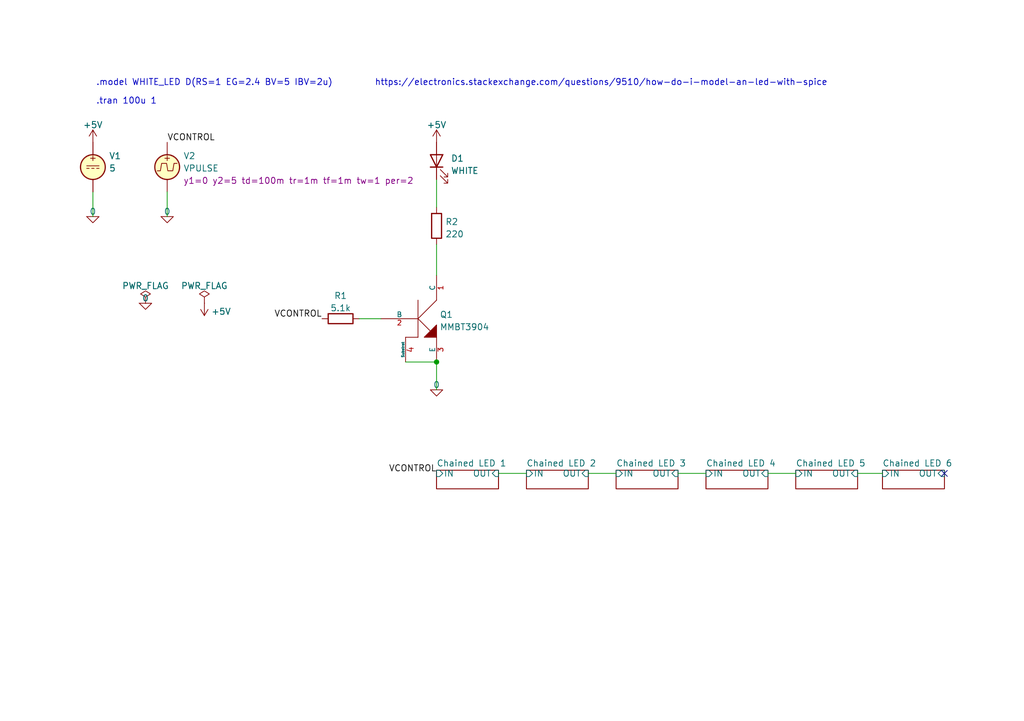
<source format=kicad_sch>
(kicad_sch (version 20211123) (generator eeschema)
  (paper "A5")
  (lib_symbols
    (symbol "Device:LED" (pin_numbers hide) (pin_names (offset 1.016) hide)
      (property "Reference" "D" (at 0 2.54 0))
      (property "Value" "LED" (at 0 -2.54 0))
      (symbol "LED_0_1"
        (polyline (pts (xy -1.27 -1.27) (xy -1.27 1.27)) (stroke (width 0.254)))
        (polyline (pts (xy -1.27 0) (xy 1.27 0)))
        (polyline (pts (xy 1.27 -1.27) (xy 1.27 1.27) (xy -1.27 0) (xy 1.27 -1.27)) (stroke (width 0.254)))
        (polyline (pts (xy -3.048 -0.762) (xy -4.572 -2.286) (xy -3.81 -2.286) (xy -4.572 -2.286) (xy -4.572 -1.524)))
        (polyline (pts (xy -1.778 -0.762) (xy -3.302 -2.286) (xy -2.54 -2.286) (xy -3.302 -2.286) (xy -3.302 -1.524)))
      )
      (symbol "LED_1_1"
        (pin passive line (at -3.81 0 0) (length 2.54) (name "K") (number "1"))
        (pin passive line (at 3.81 0 180) (length 2.54) (name "A") (number "2"))
      )
    )
    (symbol "Device:R" (pin_numbers hide) (pin_names (offset 0))
      (property "Reference" "R" (at 2.032 0 90))
      (property "Value" "R" (at 0 0 90))
      (symbol "R_0_1"
        (rectangle (start -1.016 -2.54) (end 1.016 2.54) (stroke (width 0.254)))
      )
      (symbol "R_1_1"
        (pin passive line (at 0 3.81 270) (length 1.27) (name "~") (number "1"))
        (pin passive line (at 0 -3.81 90) (length 1.27) (name "~") (number "2"))
      )
    )
    (symbol "Simulation_SPICE:VDC" (pin_numbers hide) (pin_names (offset 0.0254))
      (property "Reference" "V" (at 2.54 2.54 0))
      (property "Value" "VDC" (at 2.54 0 0))
      (property "Spice_Model" "dc(1)" (at 2.54 -2.54 0))
      (symbol "VDC_0_0"
        (polyline (pts (xy -1.27 0.254) (xy 1.27 0.254)))
        (polyline (pts (xy -0.762 -0.254) (xy -1.27 -0.254)))
        (polyline (pts (xy 0.254 -0.254) (xy -0.254 -0.254)))
        (polyline (pts (xy 1.27 -0.254) (xy 0.762 -0.254)))
        (text "+" (at 0 1.905 0) (effects (font (size 1.27 1.27))))
      )
      (symbol "VDC_0_1"
        (circle (center 0 0) (radius 2.54) (stroke (width 0.254)) (fill (type background)))
      )
      (symbol "VDC_1_1"
        (pin passive line (at 0 5.08 270) (length 2.54) (name "~") (number "1"))
        (pin passive line (at 0 -5.08 90) (length 2.54) (name "~") (number "2"))
      )
    )
    (symbol "Simulation_SPICE:VPULSE" (pin_numbers hide) (pin_names (offset 0.0254))
      (property "Reference" "V" (at 2.54 2.54 0))
      (property "Value" "VPULSE" (at 2.54 0 0))
      (property "Spice_Model" "pulse(0 1 2n 2n 2n 50n 100n)" (at 2.54 -2.54 0))
      (symbol "VPULSE_0_0"
        (polyline (pts (xy -2.032 -0.762) (xy -1.397 -0.762) (xy -1.143 0.762) (xy -0.127 0.762) (xy 0.127 -0.762) (xy 1.143 -0.762) (xy 1.397 0.762) (xy 2.032 0.762)))
        (text "+" (at 0 1.905 0) (effects (font (size 1.27 1.27))))
      )
      (symbol "VPULSE_0_1"
        (circle (center 0 0) (radius 2.54) (stroke (width 0.254)) (fill (type background)))
      )
      (symbol "VPULSE_1_1"
        (pin passive line (at 0 5.08 270) (length 2.54) (name "~") (number "1"))
        (pin passive line (at 0 -5.08 90) (length 2.54) (name "~") (number "2"))
      )
    )
    (symbol "power:+5V" (power) (pin_names (offset 0))
      (property "Value" "+5V" (at 0 3.556 0))
      (symbol "+5V_0_1"
        (polyline (pts (xy -0.762 1.27) (xy 0 2.54)))
        (polyline (pts (xy 0 0) (xy 0 2.54)))
        (polyline (pts (xy 0 2.54) (xy 0.762 1.27)))
      )
      (symbol "+5V_1_1"
        (pin power_in line (at 0 0 90) (length 0) hide (name "+5V") (number "1"))
      )
    )
    (symbol "power:PWR_FLAG" (power) (pin_numbers hide) (pin_names (offset 0) hide)
      (property "Value" "PWR_FLAG" (at 0 3.81 0))
      (symbol "PWR_FLAG_0_0"
        (pin power_out line (at 0 0 90) (length 0) (name "pwr") (number "1"))
      )
      (symbol "PWR_FLAG_0_1"
        (polyline (pts (xy 0 0) (xy 0 1.27) (xy -1.016 1.905) (xy 0 2.54) (xy 1.016 1.905) (xy 0 1.27)))
      )
    )
    (symbol "pspice:0" (power) (pin_names (offset 0))
      (property "Value" "0" (at 0 -1.778 0))
      (symbol "0_0_1"
        (polyline (pts (xy -1.27 0) (xy 0 -1.27) (xy 1.27 0) (xy -1.27 0)))
      )
      (symbol "0_1_1"
        (pin power_in line (at 0 0 0) (length 0) hide (name "0") (number "1"))
      )
    )
    (symbol "pspice:QNPN" (pin_names (offset 0))
      (property "Reference" "Q" (at -2.54 7.62 0))
      (property "Value" "QNPN" (at -2.54 5.08 0))
      (symbol "QNPN_0_0"
        (polyline (pts (xy 0 0) (xy 3.81 -3.81)))
        (polyline (pts (xy 3.81 -3.81) (xy 3.81 -1.27) (xy 1.27 -3.81) (xy 3.81 -3.81)) (fill (type outline)))
      )
      (symbol "QNPN_0_1"
        (polyline (pts (xy 0 -3.81) (xy 0 3.81)))
        (polyline (pts (xy 0 0) (xy 3.81 3.81)))
        (polyline (pts (xy -2.54 -3.81) (xy 0 -3.81) (xy 0 -3.81) (xy 0 -3.81)))
      )
      (symbol "QNPN_1_1"
        (pin passive line (at 3.81 8.89 270) (length 5.08) (name "C") (number "1"))
        (pin input line (at -7.62 0 0) (length 7.62) (name "B") (number "2"))
        (pin passive line (at 3.81 -8.89 90) (length 5.08) (name "E") (number "3"))
        (pin input line (at -2.54 -8.89 90) (length 5.08) (name "Substrat") (number "4"))
      )
    )
  )
  (junction (at 89.535 74.295))
  (no_connect (at 193.675 97.155))
  (wire (pts (xy 89.535 80.01) (xy 89.535 74.295)))
  (wire (pts (xy 89.535 56.515) (xy 89.535 50.165)))
  (wire (pts (xy 89.535 36.83) (xy 89.535 42.545)))
  (wire (pts (xy 139.065 97.155) (xy 144.78 97.155)))
  (wire (pts (xy 34.29 44.45) (xy 34.29 39.37)))
  (wire (pts (xy 83.185 74.295) (xy 89.535 74.295)))
  (wire (pts (xy 175.895 97.155) (xy 180.975 97.155)))
  (wire (pts (xy 19.05 44.45) (xy 19.05 39.37)))
  (wire (pts (xy 120.65 97.155) (xy 126.365 97.155)))
  (wire (pts (xy 157.48 97.155) (xy 163.195 97.155)))
  (wire (pts (xy 73.66 65.405) (xy 78.105 65.405)))
  (wire (pts (xy 102.235 97.155) (xy 107.95 97.155)))
  (text ".tran 100u 1" (at 19.685 21.59 0) (effects (font (size 1.27 1.27)) (justify left bottom)))
  (text ".model WHITE_LED D(RS=1 EG=2.4 BV=5 IBV=2u)" (at 19.685 17.78 0) (effects (font (size 1.27 1.27)) (justify left bottom)))
  (text "https://electronics.stackexchange.com/questions/9510/how-do-i-model-an-led-with-spice\n" (at 76.835 17.78 0) (effects (font (size 1.27 1.27)) (justify left bottom)))
  (label "VCONTROL" (at 34.29 29.21 0))
  (label "VCONTROL" (at 66.04 65.405 180))
  (label "VCONTROL" (at 89.535 97.155 180))
  (symbol (lib_id "power:PWR_FLAG") (at 29.845 62.23 0) (unit 1)
    (property "Reference" "#FLG0101" (effects hide))
    (property "Value" "PWR_FLAG" (at 29.845 58.6542 0))
  )
  (symbol (lib_id "pspice:0") (at 29.845 62.23 0) (unit 1)
    (property "Reference" "#GND0104" (effects hide))
    (property "Value" "0" (at 29.845 61.1942 0))
  )
  (symbol (lib_id "Device:R") (at 89.535 46.355 0) (unit 1)
    (property "Reference" "R2" (at 91.313 45.5203 0) (effects (justify left)))
    (property "Value" "220" (at 91.313 48.0572 0) (effects (justify left)))
  )
  (symbol (lib_id "pspice:0") (at 19.05 44.45 0) (unit 1)
    (property "Reference" "#GND0103" (effects hide))
    (property "Value" "0" (at 19.05 43.4142 0))
  )
  (symbol (lib_id "power:+5V") (at 89.535 29.21 0) (unit 1)
    (property "Reference" "#PWR0102" (effects hide))
    (property "Value" "+5V" (at 89.535 25.6342 0))
  )
  (symbol (lib_id "Device:LED") (at 89.535 33.02 90) (unit 1)
    (property "Reference" "D1" (at 92.456 32.5044 90) (effects (justify right)))
    (property "Value" "WHITE" (at 92.456 35.0413 90) (effects (justify right)))
    (property "Datasheet" "https://datasheet.lcsc.com/lcsc/1809041711_Hubei-KENTO-Elec-C2290_C2290.pdf" (effects hide))
    (property "Spice_Netlist_Enabled" "Y" (effects hide))
    (property "Spice_Primitive" "D" (effects hide))
    (property "Spice_Model" "WHITE_LED" (at 92.456 37.5782 90) (effects (justify right)))
    (property "Spice_Node_Sequence" "2 1" (effects hide))
  )
  (symbol (lib_id "Simulation_SPICE:VDC") (at 19.05 34.29 0) (unit 1)
    (property "Reference" "V1" (at 22.352 31.9971 0) (effects (justify left)))
    (property "Value" "VDC" (at 22.352 34.534 0) (effects (justify left)))
    (property "Spice_Netlist_Enabled" "Y" (effects hide))
    (property "Spice_Primitive" "V" (effects hide))
    (property "Spice_Model" "dc(5)" (at 22.352 37.0709 0) (effects (justify left)))
  )
  (symbol (lib_id "power:+5V") (at 19.05 29.21 0) (unit 1)
    (property "Reference" "#PWR0101" (effects hide))
    (property "Value" "+5V" (at 19.05 25.6342 0))
  )
  (symbol (lib_id "Device:R") (at 69.85 65.405 90) (unit 1)
    (property "Reference" "R1" (at 69.85 60.6892 90))
    (property "Value" "5.1k" (at 69.85 63.2261 90))
  )
  (symbol (lib_id "Simulation_SPICE:VPULSE") (at 34.29 34.29 0) (unit 1)
    (property "Reference" "V2" (at 37.592 31.9971 0) (effects (justify left)))
    (property "Value" "VPULSE" (at 37.592 34.534 0) (effects (justify left)))
    (property "Spice_Netlist_Enabled" "Y" (effects hide))
    (property "Spice_Primitive" "V" (effects hide))
    (property "Spice_Model" "pulse(0 5 100m 1m 1m 1 2)" (at 37.592 37.0709 0) (effects (justify left)))
  )
  (symbol (lib_id "pspice:0") (at 34.29 44.45 0) (unit 1)
    (property "Reference" "#GND0102" (effects hide))
    (property "Value" "0" (at 34.29 43.4142 0))
  )
  (symbol (lib_id "power:PWR_FLAG") (at 41.91 62.23 0) (unit 1)
    (property "Reference" "#FLG0102" (effects hide))
    (property "Value" "PWR_FLAG" (at 41.91 58.6542 0))
  )
  (symbol (lib_id "pspice:0") (at 89.535 80.01 0) (unit 1)
    (property "Reference" "#GND0101" (effects hide))
    (property "Value" "0" (at 89.535 78.9742 0))
  )
  (symbol (lib_id "power:+5V") (at 41.91 62.23 180) (unit 1)
    (property "Reference" "#PWR0109" (effects hide))
    (property "Value" "+5V" (at 43.307 63.9338 0) (effects (justify right)))
  )
  (symbol (lib_id "pspice:QNPN") (at 85.725 65.405 0) (unit 1)
    (property "Reference" "Q1" (at 90.17 64.5703 0) (effects (justify left)))
    (property "Value" "MMBT3904" (at 90.17 67.1072 0) (effects (justify left)))
    (property "Datasheet" "https://datasheet.lcsc.com/lcsc/2207041900_Jiangsu-Changjing-Electronics-Technology-Co---Ltd--MMBT3904_C20526.pdf" (effects hide))
    (property "Spice_Primitive" "Q" (effects hide))
    (property "Spice_Model" "MMBT3904" (effects hide))
    (property "Spice_Netlist_Enabled" "Y" (effects hide))
    (property "Spice_Lib_File" "/home/mark/repos/KiCad-Spice-Library/Models/Transistor/BJT/BJT.lib" (effects hide))
  )
  (sheet (at 89.535 96.52) (size 12.7 3.81) (stroke (width 0.1524))
    (property "Sheet name" "Chained LED 1" (at 89.535 95.8084 0) (effects (justify left bottom)))
    (property "Sheet file" "chained_led.kicad_sch" (effects hide))
    (pin "IN" input (at 89.535 97.155 180))
    (pin "OUT" input (at 102.235 97.155 0))
  )
  (sheet (at 163.195 96.52) (size 12.7 3.81) (stroke (width 0.1524))
    (property "Sheet name" "Chained LED 5" (at 163.195 95.8084 0) (effects (justify left bottom)))
    (property "Sheet file" "chained_led.kicad_sch" (effects hide))
    (pin "IN" input (at 163.195 97.155 180))
    (pin "OUT" input (at 175.895 97.155 0))
  )
  (sheet (at 180.975 96.52) (size 12.7 3.81) (stroke (width 0.1524))
    (property "Sheet name" "Chained LED 6" (at 180.975 95.8084 0) (effects (justify left bottom)))
    (property "Sheet file" "chained_led.kicad_sch" (effects hide))
    (pin "IN" input (at 180.975 97.155 180))
    (pin "OUT" input (at 193.675 97.155 0))
  )
  (sheet (at 126.365 96.52) (size 12.7 3.81) (stroke (width 0.1524))
    (property "Sheet name" "Chained LED 3" (at 126.365 95.8084 0) (effects (justify left bottom)))
    (property "Sheet file" "chained_led.kicad_sch" (effects hide))
    (pin "IN" input (at 126.365 97.155 180))
    (pin "OUT" input (at 139.065 97.155 0))
  )
  (sheet (at 107.95 96.52) (size 12.7 3.81) (stroke (width 0.1524))
    (property "Sheet name" "Chained LED 2" (at 107.95 95.8084 0) (effects (justify left bottom)))
    (property "Sheet file" "chained_led.kicad_sch" (effects hide))
    (pin "IN" input (at 107.95 97.155 180))
    (pin "OUT" input (at 120.65 97.155 0))
  )
  (sheet (at 144.78 96.52) (size 12.7 3.81) (stroke (width 0.1524))
    (property "Sheet name" "Chained LED 4" (at 144.78 95.8084 0) (effects (justify left bottom)))
    (property "Sheet file" "chained_led.kicad_sch" (effects hide))
    (pin "IN" input (at 144.78 97.155 180))
    (pin "OUT" input (at 157.48 97.155 0))
  )
)
</source>
